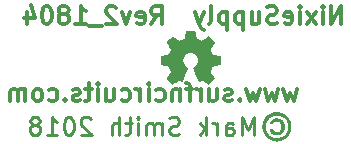
<source format=gbo>
G04 #@! TF.FileFunction,Legend,Bot*
%FSLAX46Y46*%
G04 Gerber Fmt 4.6, Leading zero omitted, Abs format (unit mm)*
G04 Created by KiCad (PCBNEW 4.0.7-e2-6376~60~ubuntu17.10.1) date Tue Feb 13 22:12:39 2018*
%MOMM*%
%LPD*%
G01*
G04 APERTURE LIST*
%ADD10C,0.100000*%
%ADD11C,0.300000*%
%ADD12C,0.250000*%
%ADD13C,0.002540*%
%ADD14C,0.010000*%
G04 APERTURE END LIST*
D10*
D11*
X164868286Y-104898071D02*
X164582572Y-105898071D01*
X164296858Y-105183786D01*
X164011143Y-105898071D01*
X163725429Y-104898071D01*
X163296857Y-104898071D02*
X163011143Y-105898071D01*
X162725429Y-105183786D01*
X162439714Y-105898071D01*
X162154000Y-104898071D01*
X161725428Y-104898071D02*
X161439714Y-105898071D01*
X161154000Y-105183786D01*
X160868285Y-105898071D01*
X160582571Y-104898071D01*
X160011142Y-105755214D02*
X159939714Y-105826643D01*
X160011142Y-105898071D01*
X160082571Y-105826643D01*
X160011142Y-105755214D01*
X160011142Y-105898071D01*
X159368285Y-105826643D02*
X159225428Y-105898071D01*
X158939713Y-105898071D01*
X158796856Y-105826643D01*
X158725428Y-105683786D01*
X158725428Y-105612357D01*
X158796856Y-105469500D01*
X158939713Y-105398071D01*
X159153999Y-105398071D01*
X159296856Y-105326643D01*
X159368285Y-105183786D01*
X159368285Y-105112357D01*
X159296856Y-104969500D01*
X159153999Y-104898071D01*
X158939713Y-104898071D01*
X158796856Y-104969500D01*
X157439713Y-104898071D02*
X157439713Y-105898071D01*
X158082570Y-104898071D02*
X158082570Y-105683786D01*
X158011142Y-105826643D01*
X157868284Y-105898071D01*
X157653999Y-105898071D01*
X157511142Y-105826643D01*
X157439713Y-105755214D01*
X156725427Y-105898071D02*
X156725427Y-104898071D01*
X156725427Y-105183786D02*
X156653999Y-105040929D01*
X156582570Y-104969500D01*
X156439713Y-104898071D01*
X156296856Y-104898071D01*
X156011142Y-104898071D02*
X155439713Y-104898071D01*
X155796856Y-105898071D02*
X155796856Y-104612357D01*
X155725428Y-104469500D01*
X155582570Y-104398071D01*
X155439713Y-104398071D01*
X154939713Y-104898071D02*
X154939713Y-105898071D01*
X154939713Y-105040929D02*
X154868285Y-104969500D01*
X154725427Y-104898071D01*
X154511142Y-104898071D01*
X154368285Y-104969500D01*
X154296856Y-105112357D01*
X154296856Y-105898071D01*
X152939713Y-105826643D02*
X153082570Y-105898071D01*
X153368284Y-105898071D01*
X153511142Y-105826643D01*
X153582570Y-105755214D01*
X153653999Y-105612357D01*
X153653999Y-105183786D01*
X153582570Y-105040929D01*
X153511142Y-104969500D01*
X153368284Y-104898071D01*
X153082570Y-104898071D01*
X152939713Y-104969500D01*
X152296856Y-105898071D02*
X152296856Y-104898071D01*
X152296856Y-104398071D02*
X152368285Y-104469500D01*
X152296856Y-104540929D01*
X152225428Y-104469500D01*
X152296856Y-104398071D01*
X152296856Y-104540929D01*
X151582570Y-105898071D02*
X151582570Y-104898071D01*
X151582570Y-105183786D02*
X151511142Y-105040929D01*
X151439713Y-104969500D01*
X151296856Y-104898071D01*
X151153999Y-104898071D01*
X150011142Y-105826643D02*
X150153999Y-105898071D01*
X150439713Y-105898071D01*
X150582571Y-105826643D01*
X150653999Y-105755214D01*
X150725428Y-105612357D01*
X150725428Y-105183786D01*
X150653999Y-105040929D01*
X150582571Y-104969500D01*
X150439713Y-104898071D01*
X150153999Y-104898071D01*
X150011142Y-104969500D01*
X148725428Y-104898071D02*
X148725428Y-105898071D01*
X149368285Y-104898071D02*
X149368285Y-105683786D01*
X149296857Y-105826643D01*
X149153999Y-105898071D01*
X148939714Y-105898071D01*
X148796857Y-105826643D01*
X148725428Y-105755214D01*
X148011142Y-105898071D02*
X148011142Y-104898071D01*
X148011142Y-104398071D02*
X148082571Y-104469500D01*
X148011142Y-104540929D01*
X147939714Y-104469500D01*
X148011142Y-104398071D01*
X148011142Y-104540929D01*
X147511142Y-104898071D02*
X146939713Y-104898071D01*
X147296856Y-104398071D02*
X147296856Y-105683786D01*
X147225428Y-105826643D01*
X147082570Y-105898071D01*
X146939713Y-105898071D01*
X146511142Y-105826643D02*
X146368285Y-105898071D01*
X146082570Y-105898071D01*
X145939713Y-105826643D01*
X145868285Y-105683786D01*
X145868285Y-105612357D01*
X145939713Y-105469500D01*
X146082570Y-105398071D01*
X146296856Y-105398071D01*
X146439713Y-105326643D01*
X146511142Y-105183786D01*
X146511142Y-105112357D01*
X146439713Y-104969500D01*
X146296856Y-104898071D01*
X146082570Y-104898071D01*
X145939713Y-104969500D01*
X145225427Y-105755214D02*
X145153999Y-105826643D01*
X145225427Y-105898071D01*
X145296856Y-105826643D01*
X145225427Y-105755214D01*
X145225427Y-105898071D01*
X143868284Y-105826643D02*
X144011141Y-105898071D01*
X144296855Y-105898071D01*
X144439713Y-105826643D01*
X144511141Y-105755214D01*
X144582570Y-105612357D01*
X144582570Y-105183786D01*
X144511141Y-105040929D01*
X144439713Y-104969500D01*
X144296855Y-104898071D01*
X144011141Y-104898071D01*
X143868284Y-104969500D01*
X143011141Y-105898071D02*
X143153999Y-105826643D01*
X143225427Y-105755214D01*
X143296856Y-105612357D01*
X143296856Y-105183786D01*
X143225427Y-105040929D01*
X143153999Y-104969500D01*
X143011141Y-104898071D01*
X142796856Y-104898071D01*
X142653999Y-104969500D01*
X142582570Y-105040929D01*
X142511141Y-105183786D01*
X142511141Y-105612357D01*
X142582570Y-105755214D01*
X142653999Y-105826643D01*
X142796856Y-105898071D01*
X143011141Y-105898071D01*
X141868284Y-105898071D02*
X141868284Y-104898071D01*
X141868284Y-105040929D02*
X141796856Y-104969500D01*
X141653998Y-104898071D01*
X141439713Y-104898071D01*
X141296856Y-104969500D01*
X141225427Y-105112357D01*
X141225427Y-105898071D01*
X141225427Y-105112357D02*
X141153998Y-104969500D01*
X141011141Y-104898071D01*
X140796856Y-104898071D01*
X140653998Y-104969500D01*
X140582570Y-105112357D01*
X140582570Y-105898071D01*
X168614641Y-99357571D02*
X168614641Y-97857571D01*
X167757498Y-99357571D01*
X167757498Y-97857571D01*
X167043212Y-99357571D02*
X167043212Y-98357571D01*
X167043212Y-97857571D02*
X167114641Y-97929000D01*
X167043212Y-98000429D01*
X166971784Y-97929000D01*
X167043212Y-97857571D01*
X167043212Y-98000429D01*
X166471783Y-99357571D02*
X165686069Y-98357571D01*
X166471783Y-98357571D02*
X165686069Y-99357571D01*
X165114640Y-99357571D02*
X165114640Y-98357571D01*
X165114640Y-97857571D02*
X165186069Y-97929000D01*
X165114640Y-98000429D01*
X165043212Y-97929000D01*
X165114640Y-97857571D01*
X165114640Y-98000429D01*
X163828926Y-99286143D02*
X163971783Y-99357571D01*
X164257497Y-99357571D01*
X164400354Y-99286143D01*
X164471783Y-99143286D01*
X164471783Y-98571857D01*
X164400354Y-98429000D01*
X164257497Y-98357571D01*
X163971783Y-98357571D01*
X163828926Y-98429000D01*
X163757497Y-98571857D01*
X163757497Y-98714714D01*
X164471783Y-98857571D01*
X163186069Y-99286143D02*
X162971783Y-99357571D01*
X162614640Y-99357571D01*
X162471783Y-99286143D01*
X162400354Y-99214714D01*
X162328926Y-99071857D01*
X162328926Y-98929000D01*
X162400354Y-98786143D01*
X162471783Y-98714714D01*
X162614640Y-98643286D01*
X162900354Y-98571857D01*
X163043212Y-98500429D01*
X163114640Y-98429000D01*
X163186069Y-98286143D01*
X163186069Y-98143286D01*
X163114640Y-98000429D01*
X163043212Y-97929000D01*
X162900354Y-97857571D01*
X162543212Y-97857571D01*
X162328926Y-97929000D01*
X161043212Y-98357571D02*
X161043212Y-99357571D01*
X161686069Y-98357571D02*
X161686069Y-99143286D01*
X161614641Y-99286143D01*
X161471783Y-99357571D01*
X161257498Y-99357571D01*
X161114641Y-99286143D01*
X161043212Y-99214714D01*
X160328926Y-98357571D02*
X160328926Y-99857571D01*
X160328926Y-98429000D02*
X160186069Y-98357571D01*
X159900355Y-98357571D01*
X159757498Y-98429000D01*
X159686069Y-98500429D01*
X159614640Y-98643286D01*
X159614640Y-99071857D01*
X159686069Y-99214714D01*
X159757498Y-99286143D01*
X159900355Y-99357571D01*
X160186069Y-99357571D01*
X160328926Y-99286143D01*
X158971783Y-98357571D02*
X158971783Y-99857571D01*
X158971783Y-98429000D02*
X158828926Y-98357571D01*
X158543212Y-98357571D01*
X158400355Y-98429000D01*
X158328926Y-98500429D01*
X158257497Y-98643286D01*
X158257497Y-99071857D01*
X158328926Y-99214714D01*
X158400355Y-99286143D01*
X158543212Y-99357571D01*
X158828926Y-99357571D01*
X158971783Y-99286143D01*
X157400354Y-99357571D02*
X157543212Y-99286143D01*
X157614640Y-99143286D01*
X157614640Y-97857571D01*
X156971783Y-98357571D02*
X156614640Y-99357571D01*
X156257498Y-98357571D02*
X156614640Y-99357571D01*
X156757498Y-99714714D01*
X156828926Y-99786143D01*
X156971783Y-99857571D01*
X152543212Y-99357571D02*
X153043212Y-98643286D01*
X153400355Y-99357571D02*
X153400355Y-97857571D01*
X152828927Y-97857571D01*
X152686069Y-97929000D01*
X152614641Y-98000429D01*
X152543212Y-98143286D01*
X152543212Y-98357571D01*
X152614641Y-98500429D01*
X152686069Y-98571857D01*
X152828927Y-98643286D01*
X153400355Y-98643286D01*
X151328927Y-99286143D02*
X151471784Y-99357571D01*
X151757498Y-99357571D01*
X151900355Y-99286143D01*
X151971784Y-99143286D01*
X151971784Y-98571857D01*
X151900355Y-98429000D01*
X151757498Y-98357571D01*
X151471784Y-98357571D01*
X151328927Y-98429000D01*
X151257498Y-98571857D01*
X151257498Y-98714714D01*
X151971784Y-98857571D01*
X150757498Y-98357571D02*
X150400355Y-99357571D01*
X150043213Y-98357571D01*
X149543213Y-98000429D02*
X149471784Y-97929000D01*
X149328927Y-97857571D01*
X148971784Y-97857571D01*
X148828927Y-97929000D01*
X148757498Y-98000429D01*
X148686070Y-98143286D01*
X148686070Y-98286143D01*
X148757498Y-98500429D01*
X149614641Y-99357571D01*
X148686070Y-99357571D01*
X148400356Y-99500429D02*
X147257499Y-99500429D01*
X146114642Y-99357571D02*
X146971785Y-99357571D01*
X146543213Y-99357571D02*
X146543213Y-97857571D01*
X146686070Y-98071857D01*
X146828928Y-98214714D01*
X146971785Y-98286143D01*
X145257499Y-98500429D02*
X145400357Y-98429000D01*
X145471785Y-98357571D01*
X145543214Y-98214714D01*
X145543214Y-98143286D01*
X145471785Y-98000429D01*
X145400357Y-97929000D01*
X145257499Y-97857571D01*
X144971785Y-97857571D01*
X144828928Y-97929000D01*
X144757499Y-98000429D01*
X144686071Y-98143286D01*
X144686071Y-98214714D01*
X144757499Y-98357571D01*
X144828928Y-98429000D01*
X144971785Y-98500429D01*
X145257499Y-98500429D01*
X145400357Y-98571857D01*
X145471785Y-98643286D01*
X145543214Y-98786143D01*
X145543214Y-99071857D01*
X145471785Y-99214714D01*
X145400357Y-99286143D01*
X145257499Y-99357571D01*
X144971785Y-99357571D01*
X144828928Y-99286143D01*
X144757499Y-99214714D01*
X144686071Y-99071857D01*
X144686071Y-98786143D01*
X144757499Y-98643286D01*
X144828928Y-98571857D01*
X144971785Y-98500429D01*
X143757500Y-97857571D02*
X143614643Y-97857571D01*
X143471786Y-97929000D01*
X143400357Y-98000429D01*
X143328928Y-98143286D01*
X143257500Y-98429000D01*
X143257500Y-98786143D01*
X143328928Y-99071857D01*
X143400357Y-99214714D01*
X143471786Y-99286143D01*
X143614643Y-99357571D01*
X143757500Y-99357571D01*
X143900357Y-99286143D01*
X143971786Y-99214714D01*
X144043214Y-99071857D01*
X144114643Y-98786143D01*
X144114643Y-98429000D01*
X144043214Y-98143286D01*
X143971786Y-98000429D01*
X143900357Y-97929000D01*
X143757500Y-97857571D01*
X141971786Y-98357571D02*
X141971786Y-99357571D01*
X142328929Y-97786143D02*
X142686072Y-98857571D01*
X141757500Y-98857571D01*
D12*
X161193570Y-108755571D02*
X161193570Y-107255571D01*
X160693570Y-108327000D01*
X160193570Y-107255571D01*
X160193570Y-108755571D01*
X158836427Y-108755571D02*
X158836427Y-107969857D01*
X158907856Y-107827000D01*
X159050713Y-107755571D01*
X159336427Y-107755571D01*
X159479284Y-107827000D01*
X158836427Y-108684143D02*
X158979284Y-108755571D01*
X159336427Y-108755571D01*
X159479284Y-108684143D01*
X159550713Y-108541286D01*
X159550713Y-108398429D01*
X159479284Y-108255571D01*
X159336427Y-108184143D01*
X158979284Y-108184143D01*
X158836427Y-108112714D01*
X158122141Y-108755571D02*
X158122141Y-107755571D01*
X158122141Y-108041286D02*
X158050713Y-107898429D01*
X157979284Y-107827000D01*
X157836427Y-107755571D01*
X157693570Y-107755571D01*
X157193570Y-108755571D02*
X157193570Y-107255571D01*
X157050713Y-108184143D02*
X156622142Y-108755571D01*
X156622142Y-107755571D02*
X157193570Y-108327000D01*
X154907856Y-108684143D02*
X154693570Y-108755571D01*
X154336427Y-108755571D01*
X154193570Y-108684143D01*
X154122141Y-108612714D01*
X154050713Y-108469857D01*
X154050713Y-108327000D01*
X154122141Y-108184143D01*
X154193570Y-108112714D01*
X154336427Y-108041286D01*
X154622141Y-107969857D01*
X154764999Y-107898429D01*
X154836427Y-107827000D01*
X154907856Y-107684143D01*
X154907856Y-107541286D01*
X154836427Y-107398429D01*
X154764999Y-107327000D01*
X154622141Y-107255571D01*
X154264999Y-107255571D01*
X154050713Y-107327000D01*
X153407856Y-108755571D02*
X153407856Y-107755571D01*
X153407856Y-107898429D02*
X153336428Y-107827000D01*
X153193570Y-107755571D01*
X152979285Y-107755571D01*
X152836428Y-107827000D01*
X152764999Y-107969857D01*
X152764999Y-108755571D01*
X152764999Y-107969857D02*
X152693570Y-107827000D01*
X152550713Y-107755571D01*
X152336428Y-107755571D01*
X152193570Y-107827000D01*
X152122142Y-107969857D01*
X152122142Y-108755571D01*
X151407856Y-108755571D02*
X151407856Y-107755571D01*
X151407856Y-107255571D02*
X151479285Y-107327000D01*
X151407856Y-107398429D01*
X151336428Y-107327000D01*
X151407856Y-107255571D01*
X151407856Y-107398429D01*
X150907856Y-107755571D02*
X150336427Y-107755571D01*
X150693570Y-107255571D02*
X150693570Y-108541286D01*
X150622142Y-108684143D01*
X150479284Y-108755571D01*
X150336427Y-108755571D01*
X149836427Y-108755571D02*
X149836427Y-107255571D01*
X149193570Y-108755571D02*
X149193570Y-107969857D01*
X149264999Y-107827000D01*
X149407856Y-107755571D01*
X149622141Y-107755571D01*
X149764999Y-107827000D01*
X149836427Y-107898429D01*
X147407856Y-107398429D02*
X147336427Y-107327000D01*
X147193570Y-107255571D01*
X146836427Y-107255571D01*
X146693570Y-107327000D01*
X146622141Y-107398429D01*
X146550713Y-107541286D01*
X146550713Y-107684143D01*
X146622141Y-107898429D01*
X147479284Y-108755571D01*
X146550713Y-108755571D01*
X145622142Y-107255571D02*
X145479285Y-107255571D01*
X145336428Y-107327000D01*
X145264999Y-107398429D01*
X145193570Y-107541286D01*
X145122142Y-107827000D01*
X145122142Y-108184143D01*
X145193570Y-108469857D01*
X145264999Y-108612714D01*
X145336428Y-108684143D01*
X145479285Y-108755571D01*
X145622142Y-108755571D01*
X145764999Y-108684143D01*
X145836428Y-108612714D01*
X145907856Y-108469857D01*
X145979285Y-108184143D01*
X145979285Y-107827000D01*
X145907856Y-107541286D01*
X145836428Y-107398429D01*
X145764999Y-107327000D01*
X145622142Y-107255571D01*
X143693571Y-108755571D02*
X144550714Y-108755571D01*
X144122142Y-108755571D02*
X144122142Y-107255571D01*
X144264999Y-107469857D01*
X144407857Y-107612714D01*
X144550714Y-107684143D01*
X142836428Y-107898429D02*
X142979286Y-107827000D01*
X143050714Y-107755571D01*
X143122143Y-107612714D01*
X143122143Y-107541286D01*
X143050714Y-107398429D01*
X142979286Y-107327000D01*
X142836428Y-107255571D01*
X142550714Y-107255571D01*
X142407857Y-107327000D01*
X142336428Y-107398429D01*
X142265000Y-107541286D01*
X142265000Y-107612714D01*
X142336428Y-107755571D01*
X142407857Y-107827000D01*
X142550714Y-107898429D01*
X142836428Y-107898429D01*
X142979286Y-107969857D01*
X143050714Y-108041286D01*
X143122143Y-108184143D01*
X143122143Y-108469857D01*
X143050714Y-108612714D01*
X142979286Y-108684143D01*
X142836428Y-108755571D01*
X142550714Y-108755571D01*
X142407857Y-108684143D01*
X142336428Y-108612714D01*
X142265000Y-108469857D01*
X142265000Y-108184143D01*
X142336428Y-108041286D01*
X142407857Y-107969857D01*
X142550714Y-107898429D01*
D13*
G36*
X157342840Y-104416860D02*
X157317440Y-104401620D01*
X157259020Y-104366060D01*
X157175200Y-104310180D01*
X157076140Y-104244140D01*
X156977080Y-104178100D01*
X156895800Y-104124760D01*
X156839920Y-104086660D01*
X156814520Y-104073960D01*
X156801820Y-104079040D01*
X156756100Y-104101900D01*
X156687520Y-104137460D01*
X156646880Y-104157780D01*
X156585920Y-104183180D01*
X156552900Y-104190800D01*
X156547820Y-104180640D01*
X156524960Y-104132380D01*
X156489400Y-104051100D01*
X156443680Y-103941880D01*
X156387800Y-103814880D01*
X156331920Y-103680260D01*
X156273500Y-103540560D01*
X156217620Y-103405940D01*
X156169360Y-103286560D01*
X156128720Y-103190040D01*
X156103320Y-103121460D01*
X156093160Y-103093520D01*
X156095700Y-103085900D01*
X156128720Y-103055420D01*
X156182060Y-103014780D01*
X156301440Y-102918260D01*
X156418280Y-102773480D01*
X156489400Y-102608380D01*
X156512260Y-102422960D01*
X156491940Y-102252780D01*
X156425900Y-102090220D01*
X156311600Y-101942900D01*
X156171900Y-101833680D01*
X156009340Y-101765100D01*
X155829000Y-101742240D01*
X155656280Y-101762560D01*
X155488640Y-101828600D01*
X155341320Y-101940360D01*
X155277820Y-102011480D01*
X155191460Y-102161340D01*
X155143200Y-102318820D01*
X155138120Y-102359460D01*
X155145740Y-102534720D01*
X155196540Y-102704900D01*
X155290520Y-102854760D01*
X155420060Y-102979220D01*
X155435300Y-102989380D01*
X155493720Y-103035100D01*
X155534360Y-103065580D01*
X155564840Y-103090980D01*
X155341320Y-103629460D01*
X155305760Y-103713280D01*
X155244800Y-103860600D01*
X155191460Y-103987600D01*
X155148280Y-104089200D01*
X155117800Y-104155240D01*
X155105100Y-104183180D01*
X155105100Y-104185720D01*
X155084780Y-104188260D01*
X155044140Y-104173020D01*
X154967940Y-104137460D01*
X154919680Y-104112060D01*
X154861260Y-104084120D01*
X154835860Y-104073960D01*
X154813000Y-104086660D01*
X154759660Y-104122220D01*
X154678380Y-104175560D01*
X154581860Y-104239060D01*
X154490420Y-104302560D01*
X154406600Y-104358440D01*
X154345640Y-104396540D01*
X154315160Y-104414320D01*
X154310080Y-104414320D01*
X154284680Y-104399080D01*
X154236420Y-104358440D01*
X154162760Y-104289860D01*
X154058620Y-104185720D01*
X154043380Y-104170480D01*
X153957020Y-104084120D01*
X153888440Y-104010460D01*
X153842720Y-103959660D01*
X153824940Y-103936800D01*
X153824940Y-103936800D01*
X153840180Y-103906320D01*
X153878280Y-103845360D01*
X153934160Y-103759000D01*
X154002740Y-103659940D01*
X154180540Y-103400860D01*
X154084020Y-103157020D01*
X154053540Y-103080820D01*
X154015440Y-102991920D01*
X153987500Y-102925880D01*
X153972260Y-102897940D01*
X153946860Y-102887780D01*
X153878280Y-102872540D01*
X153781760Y-102852220D01*
X153667460Y-102831900D01*
X153555700Y-102811580D01*
X153456640Y-102791260D01*
X153385520Y-102778560D01*
X153352500Y-102770940D01*
X153344880Y-102765860D01*
X153337260Y-102750620D01*
X153334720Y-102717600D01*
X153332180Y-102656640D01*
X153329640Y-102562660D01*
X153329640Y-102422960D01*
X153329640Y-102407720D01*
X153332180Y-102278180D01*
X153334720Y-102171500D01*
X153337260Y-102105460D01*
X153342340Y-102077520D01*
X153342340Y-102077520D01*
X153372820Y-102069900D01*
X153443940Y-102054660D01*
X153543000Y-102036880D01*
X153662380Y-102014020D01*
X153670000Y-102011480D01*
X153786840Y-101988620D01*
X153885900Y-101968300D01*
X153957020Y-101953060D01*
X153984960Y-101942900D01*
X153992580Y-101935280D01*
X154015440Y-101889560D01*
X154048460Y-101815900D01*
X154089100Y-101727000D01*
X154127200Y-101633020D01*
X154160220Y-101549200D01*
X154183080Y-101488240D01*
X154190700Y-101460300D01*
X154188160Y-101457760D01*
X154170380Y-101429820D01*
X154129740Y-101368860D01*
X154073860Y-101285040D01*
X154005280Y-101183440D01*
X154000200Y-101175820D01*
X153931620Y-101076760D01*
X153875740Y-100990400D01*
X153840180Y-100931980D01*
X153824940Y-100904040D01*
X153824940Y-100901500D01*
X153847800Y-100871020D01*
X153898600Y-100815140D01*
X153972260Y-100738940D01*
X154058620Y-100650040D01*
X154086560Y-100624640D01*
X154185620Y-100528120D01*
X154251660Y-100467160D01*
X154294840Y-100434140D01*
X154315160Y-100426520D01*
X154315160Y-100426520D01*
X154345640Y-100444300D01*
X154409140Y-100484940D01*
X154492960Y-100543360D01*
X154594560Y-100611940D01*
X154602180Y-100617020D01*
X154701240Y-100685600D01*
X154785060Y-100741480D01*
X154843480Y-100782120D01*
X154871420Y-100797360D01*
X154873960Y-100797360D01*
X154914600Y-100784660D01*
X154985720Y-100759260D01*
X155074620Y-100726240D01*
X155166060Y-100688140D01*
X155249880Y-100652580D01*
X155313380Y-100624640D01*
X155343860Y-100606860D01*
X155343860Y-100606860D01*
X155354020Y-100571300D01*
X155371800Y-100495100D01*
X155392120Y-100393500D01*
X155417520Y-100271580D01*
X155420060Y-100251260D01*
X155442920Y-100131880D01*
X155460700Y-100032820D01*
X155475940Y-99964240D01*
X155483560Y-99936300D01*
X155498800Y-99933760D01*
X155557220Y-99928680D01*
X155646120Y-99926140D01*
X155755340Y-99926140D01*
X155867100Y-99926140D01*
X155976320Y-99928680D01*
X156070300Y-99931220D01*
X156138880Y-99936300D01*
X156166820Y-99941380D01*
X156166820Y-99943920D01*
X156176980Y-99982020D01*
X156194760Y-100055680D01*
X156215080Y-100159820D01*
X156237940Y-100281740D01*
X156243020Y-100304600D01*
X156265880Y-100421440D01*
X156286200Y-100520500D01*
X156298900Y-100586540D01*
X156306520Y-100614480D01*
X156319220Y-100619560D01*
X156367480Y-100639880D01*
X156446220Y-100672900D01*
X156545280Y-100713540D01*
X156773880Y-100804980D01*
X157055820Y-100614480D01*
X157081220Y-100596700D01*
X157182820Y-100528120D01*
X157264100Y-100472240D01*
X157322520Y-100434140D01*
X157345380Y-100421440D01*
X157347920Y-100421440D01*
X157375860Y-100446840D01*
X157431740Y-100500180D01*
X157507940Y-100573840D01*
X157596840Y-100660200D01*
X157660340Y-100726240D01*
X157739080Y-100804980D01*
X157787340Y-100858320D01*
X157815280Y-100891340D01*
X157822900Y-100911660D01*
X157820360Y-100926900D01*
X157802580Y-100954840D01*
X157761940Y-101015800D01*
X157703520Y-101102160D01*
X157634940Y-101201220D01*
X157579060Y-101285040D01*
X157518100Y-101379020D01*
X157480000Y-101445060D01*
X157464760Y-101478080D01*
X157469840Y-101490780D01*
X157487620Y-101546660D01*
X157523180Y-101630480D01*
X157563820Y-101729540D01*
X157662880Y-101950520D01*
X157807660Y-101978460D01*
X157896560Y-101996240D01*
X158018480Y-102019100D01*
X158137860Y-102041960D01*
X158320740Y-102077520D01*
X158328360Y-102753160D01*
X158300420Y-102765860D01*
X158272480Y-102773480D01*
X158203900Y-102788720D01*
X158107380Y-102809040D01*
X157990540Y-102829360D01*
X157894020Y-102847140D01*
X157794960Y-102867460D01*
X157723840Y-102880160D01*
X157693360Y-102887780D01*
X157683200Y-102897940D01*
X157660340Y-102946200D01*
X157624780Y-103022400D01*
X157584140Y-103113840D01*
X157546040Y-103207820D01*
X157510480Y-103296720D01*
X157487620Y-103362760D01*
X157477460Y-103395780D01*
X157490160Y-103423720D01*
X157528260Y-103482140D01*
X157581600Y-103563420D01*
X157650180Y-103662480D01*
X157716220Y-103759000D01*
X157774640Y-103842820D01*
X157812740Y-103903780D01*
X157830520Y-103931720D01*
X157820360Y-103949500D01*
X157782260Y-103997760D01*
X157708600Y-104073960D01*
X157596840Y-104183180D01*
X157579060Y-104200960D01*
X157492700Y-104284780D01*
X157419040Y-104353360D01*
X157365700Y-104399080D01*
X157342840Y-104416860D01*
X157342840Y-104416860D01*
G37*
X157342840Y-104416860D02*
X157317440Y-104401620D01*
X157259020Y-104366060D01*
X157175200Y-104310180D01*
X157076140Y-104244140D01*
X156977080Y-104178100D01*
X156895800Y-104124760D01*
X156839920Y-104086660D01*
X156814520Y-104073960D01*
X156801820Y-104079040D01*
X156756100Y-104101900D01*
X156687520Y-104137460D01*
X156646880Y-104157780D01*
X156585920Y-104183180D01*
X156552900Y-104190800D01*
X156547820Y-104180640D01*
X156524960Y-104132380D01*
X156489400Y-104051100D01*
X156443680Y-103941880D01*
X156387800Y-103814880D01*
X156331920Y-103680260D01*
X156273500Y-103540560D01*
X156217620Y-103405940D01*
X156169360Y-103286560D01*
X156128720Y-103190040D01*
X156103320Y-103121460D01*
X156093160Y-103093520D01*
X156095700Y-103085900D01*
X156128720Y-103055420D01*
X156182060Y-103014780D01*
X156301440Y-102918260D01*
X156418280Y-102773480D01*
X156489400Y-102608380D01*
X156512260Y-102422960D01*
X156491940Y-102252780D01*
X156425900Y-102090220D01*
X156311600Y-101942900D01*
X156171900Y-101833680D01*
X156009340Y-101765100D01*
X155829000Y-101742240D01*
X155656280Y-101762560D01*
X155488640Y-101828600D01*
X155341320Y-101940360D01*
X155277820Y-102011480D01*
X155191460Y-102161340D01*
X155143200Y-102318820D01*
X155138120Y-102359460D01*
X155145740Y-102534720D01*
X155196540Y-102704900D01*
X155290520Y-102854760D01*
X155420060Y-102979220D01*
X155435300Y-102989380D01*
X155493720Y-103035100D01*
X155534360Y-103065580D01*
X155564840Y-103090980D01*
X155341320Y-103629460D01*
X155305760Y-103713280D01*
X155244800Y-103860600D01*
X155191460Y-103987600D01*
X155148280Y-104089200D01*
X155117800Y-104155240D01*
X155105100Y-104183180D01*
X155105100Y-104185720D01*
X155084780Y-104188260D01*
X155044140Y-104173020D01*
X154967940Y-104137460D01*
X154919680Y-104112060D01*
X154861260Y-104084120D01*
X154835860Y-104073960D01*
X154813000Y-104086660D01*
X154759660Y-104122220D01*
X154678380Y-104175560D01*
X154581860Y-104239060D01*
X154490420Y-104302560D01*
X154406600Y-104358440D01*
X154345640Y-104396540D01*
X154315160Y-104414320D01*
X154310080Y-104414320D01*
X154284680Y-104399080D01*
X154236420Y-104358440D01*
X154162760Y-104289860D01*
X154058620Y-104185720D01*
X154043380Y-104170480D01*
X153957020Y-104084120D01*
X153888440Y-104010460D01*
X153842720Y-103959660D01*
X153824940Y-103936800D01*
X153824940Y-103936800D01*
X153840180Y-103906320D01*
X153878280Y-103845360D01*
X153934160Y-103759000D01*
X154002740Y-103659940D01*
X154180540Y-103400860D01*
X154084020Y-103157020D01*
X154053540Y-103080820D01*
X154015440Y-102991920D01*
X153987500Y-102925880D01*
X153972260Y-102897940D01*
X153946860Y-102887780D01*
X153878280Y-102872540D01*
X153781760Y-102852220D01*
X153667460Y-102831900D01*
X153555700Y-102811580D01*
X153456640Y-102791260D01*
X153385520Y-102778560D01*
X153352500Y-102770940D01*
X153344880Y-102765860D01*
X153337260Y-102750620D01*
X153334720Y-102717600D01*
X153332180Y-102656640D01*
X153329640Y-102562660D01*
X153329640Y-102422960D01*
X153329640Y-102407720D01*
X153332180Y-102278180D01*
X153334720Y-102171500D01*
X153337260Y-102105460D01*
X153342340Y-102077520D01*
X153342340Y-102077520D01*
X153372820Y-102069900D01*
X153443940Y-102054660D01*
X153543000Y-102036880D01*
X153662380Y-102014020D01*
X153670000Y-102011480D01*
X153786840Y-101988620D01*
X153885900Y-101968300D01*
X153957020Y-101953060D01*
X153984960Y-101942900D01*
X153992580Y-101935280D01*
X154015440Y-101889560D01*
X154048460Y-101815900D01*
X154089100Y-101727000D01*
X154127200Y-101633020D01*
X154160220Y-101549200D01*
X154183080Y-101488240D01*
X154190700Y-101460300D01*
X154188160Y-101457760D01*
X154170380Y-101429820D01*
X154129740Y-101368860D01*
X154073860Y-101285040D01*
X154005280Y-101183440D01*
X154000200Y-101175820D01*
X153931620Y-101076760D01*
X153875740Y-100990400D01*
X153840180Y-100931980D01*
X153824940Y-100904040D01*
X153824940Y-100901500D01*
X153847800Y-100871020D01*
X153898600Y-100815140D01*
X153972260Y-100738940D01*
X154058620Y-100650040D01*
X154086560Y-100624640D01*
X154185620Y-100528120D01*
X154251660Y-100467160D01*
X154294840Y-100434140D01*
X154315160Y-100426520D01*
X154315160Y-100426520D01*
X154345640Y-100444300D01*
X154409140Y-100484940D01*
X154492960Y-100543360D01*
X154594560Y-100611940D01*
X154602180Y-100617020D01*
X154701240Y-100685600D01*
X154785060Y-100741480D01*
X154843480Y-100782120D01*
X154871420Y-100797360D01*
X154873960Y-100797360D01*
X154914600Y-100784660D01*
X154985720Y-100759260D01*
X155074620Y-100726240D01*
X155166060Y-100688140D01*
X155249880Y-100652580D01*
X155313380Y-100624640D01*
X155343860Y-100606860D01*
X155343860Y-100606860D01*
X155354020Y-100571300D01*
X155371800Y-100495100D01*
X155392120Y-100393500D01*
X155417520Y-100271580D01*
X155420060Y-100251260D01*
X155442920Y-100131880D01*
X155460700Y-100032820D01*
X155475940Y-99964240D01*
X155483560Y-99936300D01*
X155498800Y-99933760D01*
X155557220Y-99928680D01*
X155646120Y-99926140D01*
X155755340Y-99926140D01*
X155867100Y-99926140D01*
X155976320Y-99928680D01*
X156070300Y-99931220D01*
X156138880Y-99936300D01*
X156166820Y-99941380D01*
X156166820Y-99943920D01*
X156176980Y-99982020D01*
X156194760Y-100055680D01*
X156215080Y-100159820D01*
X156237940Y-100281740D01*
X156243020Y-100304600D01*
X156265880Y-100421440D01*
X156286200Y-100520500D01*
X156298900Y-100586540D01*
X156306520Y-100614480D01*
X156319220Y-100619560D01*
X156367480Y-100639880D01*
X156446220Y-100672900D01*
X156545280Y-100713540D01*
X156773880Y-100804980D01*
X157055820Y-100614480D01*
X157081220Y-100596700D01*
X157182820Y-100528120D01*
X157264100Y-100472240D01*
X157322520Y-100434140D01*
X157345380Y-100421440D01*
X157347920Y-100421440D01*
X157375860Y-100446840D01*
X157431740Y-100500180D01*
X157507940Y-100573840D01*
X157596840Y-100660200D01*
X157660340Y-100726240D01*
X157739080Y-100804980D01*
X157787340Y-100858320D01*
X157815280Y-100891340D01*
X157822900Y-100911660D01*
X157820360Y-100926900D01*
X157802580Y-100954840D01*
X157761940Y-101015800D01*
X157703520Y-101102160D01*
X157634940Y-101201220D01*
X157579060Y-101285040D01*
X157518100Y-101379020D01*
X157480000Y-101445060D01*
X157464760Y-101478080D01*
X157469840Y-101490780D01*
X157487620Y-101546660D01*
X157523180Y-101630480D01*
X157563820Y-101729540D01*
X157662880Y-101950520D01*
X157807660Y-101978460D01*
X157896560Y-101996240D01*
X158018480Y-102019100D01*
X158137860Y-102041960D01*
X158320740Y-102077520D01*
X158328360Y-102753160D01*
X158300420Y-102765860D01*
X158272480Y-102773480D01*
X158203900Y-102788720D01*
X158107380Y-102809040D01*
X157990540Y-102829360D01*
X157894020Y-102847140D01*
X157794960Y-102867460D01*
X157723840Y-102880160D01*
X157693360Y-102887780D01*
X157683200Y-102897940D01*
X157660340Y-102946200D01*
X157624780Y-103022400D01*
X157584140Y-103113840D01*
X157546040Y-103207820D01*
X157510480Y-103296720D01*
X157487620Y-103362760D01*
X157477460Y-103395780D01*
X157490160Y-103423720D01*
X157528260Y-103482140D01*
X157581600Y-103563420D01*
X157650180Y-103662480D01*
X157716220Y-103759000D01*
X157774640Y-103842820D01*
X157812740Y-103903780D01*
X157830520Y-103931720D01*
X157820360Y-103949500D01*
X157782260Y-103997760D01*
X157708600Y-104073960D01*
X157596840Y-104183180D01*
X157579060Y-104200960D01*
X157492700Y-104284780D01*
X157419040Y-104353360D01*
X157365700Y-104399080D01*
X157342840Y-104416860D01*
D14*
G36*
X163077083Y-106836083D02*
X163003866Y-106838580D01*
X162937419Y-106843378D01*
X162881670Y-106850501D01*
X162862214Y-106854229D01*
X162829600Y-106863099D01*
X162786146Y-106877393D01*
X162736395Y-106895460D01*
X162684891Y-106915651D01*
X162636200Y-106936306D01*
X162601305Y-106952814D01*
X162560919Y-106973489D01*
X162518681Y-106996286D01*
X162478233Y-107019162D01*
X162443215Y-107040073D01*
X162417269Y-107056975D01*
X162406616Y-107065180D01*
X162395375Y-107074962D01*
X162375848Y-107091653D01*
X162357077Y-107107567D01*
X162266411Y-107194192D01*
X162183320Y-107293696D01*
X162110282Y-107402811D01*
X162056044Y-107504712D01*
X162008616Y-107615547D01*
X161974081Y-107720220D01*
X161951530Y-107822377D01*
X161940053Y-107925664D01*
X161938211Y-107976548D01*
X161937315Y-108017096D01*
X161935917Y-108051951D01*
X161934211Y-108077327D01*
X161932446Y-108089307D01*
X161932511Y-108102077D01*
X161935072Y-108105010D01*
X161938936Y-108115297D01*
X161940897Y-108136597D01*
X161940907Y-108150316D01*
X161941818Y-108176572D01*
X161945448Y-108196330D01*
X161947920Y-108201513D01*
X161952837Y-108214464D01*
X161951774Y-108218710D01*
X161950712Y-108232241D01*
X161954539Y-108258466D01*
X161962463Y-108294127D01*
X161973696Y-108335964D01*
X161987447Y-108380718D01*
X161999591Y-108416047D01*
X162039484Y-108513802D01*
X162088474Y-108613865D01*
X162142435Y-108707962D01*
X162154936Y-108727614D01*
X162196280Y-108783838D01*
X162248697Y-108843758D01*
X162308152Y-108903418D01*
X162370614Y-108958863D01*
X162432047Y-109006136D01*
X162454036Y-109020974D01*
X162511881Y-109055629D01*
X162578286Y-109091059D01*
X162647742Y-109124610D01*
X162714740Y-109153626D01*
X162773769Y-109175451D01*
X162775900Y-109176141D01*
X162881946Y-109203439D01*
X162996791Y-109220801D01*
X163115287Y-109227896D01*
X163232284Y-109224388D01*
X163330872Y-109212097D01*
X163421112Y-109191292D01*
X163520063Y-109159473D01*
X163624568Y-109117703D01*
X163666199Y-109098923D01*
X163756465Y-109052108D01*
X163836087Y-108999873D01*
X163910433Y-108938915D01*
X163936026Y-108915840D01*
X163957013Y-108896928D01*
X163970060Y-108885182D01*
X163972276Y-108883193D01*
X164014315Y-108840505D01*
X164059460Y-108785852D01*
X164104960Y-108723158D01*
X164148064Y-108656344D01*
X164186021Y-108589335D01*
X164204586Y-108551941D01*
X164228702Y-108498920D01*
X164247311Y-108453816D01*
X164262126Y-108411360D01*
X164274863Y-108366284D01*
X164287236Y-108313321D01*
X164296335Y-108270018D01*
X164306149Y-108218893D01*
X164312781Y-108174883D01*
X164316799Y-108131960D01*
X164318496Y-108090715D01*
X164120884Y-108090715D01*
X164119149Y-108126038D01*
X164115115Y-108160777D01*
X164108389Y-108200368D01*
X164101919Y-108233634D01*
X164091058Y-108286622D01*
X164081638Y-108327515D01*
X164072132Y-108360889D01*
X164061012Y-108391321D01*
X164046750Y-108423387D01*
X164027820Y-108461663D01*
X164021995Y-108473099D01*
X163981226Y-108548351D01*
X163941116Y-108611962D01*
X163898236Y-108668721D01*
X163849156Y-108723421D01*
X163826300Y-108746508D01*
X163729713Y-108829967D01*
X163622548Y-108900548D01*
X163505830Y-108957713D01*
X163380579Y-109000920D01*
X163313533Y-109017453D01*
X163249493Y-109027284D01*
X163175299Y-109032307D01*
X163097031Y-109032527D01*
X163020769Y-109027949D01*
X162952594Y-109018579D01*
X162945233Y-109017130D01*
X162895681Y-109006416D01*
X162852479Y-108995400D01*
X162812518Y-108982795D01*
X162772683Y-108967315D01*
X162729865Y-108947675D01*
X162680951Y-108922588D01*
X162622830Y-108890767D01*
X162576933Y-108864895D01*
X162507634Y-108817679D01*
X162439166Y-108756188D01*
X162373488Y-108683044D01*
X162312563Y-108600869D01*
X162258350Y-108512282D01*
X162212810Y-108419906D01*
X162180713Y-108335234D01*
X162160251Y-108266478D01*
X162146345Y-108205082D01*
X162138197Y-108145104D01*
X162135006Y-108080600D01*
X162135976Y-108005626D01*
X162136066Y-108003004D01*
X162138309Y-107954019D01*
X162141413Y-107906980D01*
X162145015Y-107866422D01*
X162148750Y-107836877D01*
X162149863Y-107830741D01*
X162175130Y-107736687D01*
X162212165Y-107639599D01*
X162258789Y-107543584D01*
X162312823Y-107452746D01*
X162372088Y-107371193D01*
X162425119Y-107312069D01*
X162484618Y-107259626D01*
X162556108Y-107207477D01*
X162634986Y-107158308D01*
X162716649Y-107114804D01*
X162796493Y-107079650D01*
X162860566Y-107058041D01*
X162918341Y-107045355D01*
X162986853Y-107035715D01*
X163060921Y-107029408D01*
X163135364Y-107026718D01*
X163205001Y-107027932D01*
X163264653Y-107033335D01*
X163275995Y-107035127D01*
X163308486Y-107040464D01*
X163339345Y-107045039D01*
X163351633Y-107046639D01*
X163390466Y-107054972D01*
X163439909Y-107071270D01*
X163496541Y-107094021D01*
X163556943Y-107121709D01*
X163617692Y-107152822D01*
X163675368Y-107185845D01*
X163697526Y-107199709D01*
X163782008Y-107263443D01*
X163860698Y-107341162D01*
X163931947Y-107430433D01*
X163994108Y-107528822D01*
X164045532Y-107633897D01*
X164084572Y-107743225D01*
X164096716Y-107789134D01*
X164103247Y-107817458D01*
X164108025Y-107841344D01*
X164111471Y-107864702D01*
X164114004Y-107891441D01*
X164116046Y-107925473D01*
X164118018Y-107970707D01*
X164119025Y-107996567D01*
X164120711Y-108049371D01*
X164120884Y-108090715D01*
X164318496Y-108090715D01*
X164318769Y-108084098D01*
X164319258Y-108026200D01*
X164317522Y-107942679D01*
X164312495Y-107874042D01*
X164305509Y-107827234D01*
X164298552Y-107792232D01*
X164292525Y-107761063D01*
X164288549Y-107739538D01*
X164288108Y-107736960D01*
X164281513Y-107712410D01*
X164274897Y-107696743D01*
X164269116Y-107683277D01*
X164269464Y-107679067D01*
X164269653Y-107671890D01*
X164264410Y-107652716D01*
X164255038Y-107625085D01*
X164242843Y-107592535D01*
X164229130Y-107558606D01*
X164215204Y-107526836D01*
X164207015Y-107509734D01*
X164137819Y-107385966D01*
X164060705Y-107276088D01*
X163974021Y-107178256D01*
X163876116Y-107090630D01*
X163765340Y-107011368D01*
X163753599Y-107003899D01*
X163703642Y-106975479D01*
X163642696Y-106945477D01*
X163576082Y-106916143D01*
X163509123Y-106889730D01*
X163447140Y-106868490D01*
X163407259Y-106857343D01*
X163359103Y-106848667D01*
X163298079Y-106842180D01*
X163228117Y-106837906D01*
X163153142Y-106835866D01*
X163077083Y-106836083D01*
X163077083Y-106836083D01*
G37*
X163077083Y-106836083D02*
X163003866Y-106838580D01*
X162937419Y-106843378D01*
X162881670Y-106850501D01*
X162862214Y-106854229D01*
X162829600Y-106863099D01*
X162786146Y-106877393D01*
X162736395Y-106895460D01*
X162684891Y-106915651D01*
X162636200Y-106936306D01*
X162601305Y-106952814D01*
X162560919Y-106973489D01*
X162518681Y-106996286D01*
X162478233Y-107019162D01*
X162443215Y-107040073D01*
X162417269Y-107056975D01*
X162406616Y-107065180D01*
X162395375Y-107074962D01*
X162375848Y-107091653D01*
X162357077Y-107107567D01*
X162266411Y-107194192D01*
X162183320Y-107293696D01*
X162110282Y-107402811D01*
X162056044Y-107504712D01*
X162008616Y-107615547D01*
X161974081Y-107720220D01*
X161951530Y-107822377D01*
X161940053Y-107925664D01*
X161938211Y-107976548D01*
X161937315Y-108017096D01*
X161935917Y-108051951D01*
X161934211Y-108077327D01*
X161932446Y-108089307D01*
X161932511Y-108102077D01*
X161935072Y-108105010D01*
X161938936Y-108115297D01*
X161940897Y-108136597D01*
X161940907Y-108150316D01*
X161941818Y-108176572D01*
X161945448Y-108196330D01*
X161947920Y-108201513D01*
X161952837Y-108214464D01*
X161951774Y-108218710D01*
X161950712Y-108232241D01*
X161954539Y-108258466D01*
X161962463Y-108294127D01*
X161973696Y-108335964D01*
X161987447Y-108380718D01*
X161999591Y-108416047D01*
X162039484Y-108513802D01*
X162088474Y-108613865D01*
X162142435Y-108707962D01*
X162154936Y-108727614D01*
X162196280Y-108783838D01*
X162248697Y-108843758D01*
X162308152Y-108903418D01*
X162370614Y-108958863D01*
X162432047Y-109006136D01*
X162454036Y-109020974D01*
X162511881Y-109055629D01*
X162578286Y-109091059D01*
X162647742Y-109124610D01*
X162714740Y-109153626D01*
X162773769Y-109175451D01*
X162775900Y-109176141D01*
X162881946Y-109203439D01*
X162996791Y-109220801D01*
X163115287Y-109227896D01*
X163232284Y-109224388D01*
X163330872Y-109212097D01*
X163421112Y-109191292D01*
X163520063Y-109159473D01*
X163624568Y-109117703D01*
X163666199Y-109098923D01*
X163756465Y-109052108D01*
X163836087Y-108999873D01*
X163910433Y-108938915D01*
X163936026Y-108915840D01*
X163957013Y-108896928D01*
X163970060Y-108885182D01*
X163972276Y-108883193D01*
X164014315Y-108840505D01*
X164059460Y-108785852D01*
X164104960Y-108723158D01*
X164148064Y-108656344D01*
X164186021Y-108589335D01*
X164204586Y-108551941D01*
X164228702Y-108498920D01*
X164247311Y-108453816D01*
X164262126Y-108411360D01*
X164274863Y-108366284D01*
X164287236Y-108313321D01*
X164296335Y-108270018D01*
X164306149Y-108218893D01*
X164312781Y-108174883D01*
X164316799Y-108131960D01*
X164318496Y-108090715D01*
X164120884Y-108090715D01*
X164119149Y-108126038D01*
X164115115Y-108160777D01*
X164108389Y-108200368D01*
X164101919Y-108233634D01*
X164091058Y-108286622D01*
X164081638Y-108327515D01*
X164072132Y-108360889D01*
X164061012Y-108391321D01*
X164046750Y-108423387D01*
X164027820Y-108461663D01*
X164021995Y-108473099D01*
X163981226Y-108548351D01*
X163941116Y-108611962D01*
X163898236Y-108668721D01*
X163849156Y-108723421D01*
X163826300Y-108746508D01*
X163729713Y-108829967D01*
X163622548Y-108900548D01*
X163505830Y-108957713D01*
X163380579Y-109000920D01*
X163313533Y-109017453D01*
X163249493Y-109027284D01*
X163175299Y-109032307D01*
X163097031Y-109032527D01*
X163020769Y-109027949D01*
X162952594Y-109018579D01*
X162945233Y-109017130D01*
X162895681Y-109006416D01*
X162852479Y-108995400D01*
X162812518Y-108982795D01*
X162772683Y-108967315D01*
X162729865Y-108947675D01*
X162680951Y-108922588D01*
X162622830Y-108890767D01*
X162576933Y-108864895D01*
X162507634Y-108817679D01*
X162439166Y-108756188D01*
X162373488Y-108683044D01*
X162312563Y-108600869D01*
X162258350Y-108512282D01*
X162212810Y-108419906D01*
X162180713Y-108335234D01*
X162160251Y-108266478D01*
X162146345Y-108205082D01*
X162138197Y-108145104D01*
X162135006Y-108080600D01*
X162135976Y-108005626D01*
X162136066Y-108003004D01*
X162138309Y-107954019D01*
X162141413Y-107906980D01*
X162145015Y-107866422D01*
X162148750Y-107836877D01*
X162149863Y-107830741D01*
X162175130Y-107736687D01*
X162212165Y-107639599D01*
X162258789Y-107543584D01*
X162312823Y-107452746D01*
X162372088Y-107371193D01*
X162425119Y-107312069D01*
X162484618Y-107259626D01*
X162556108Y-107207477D01*
X162634986Y-107158308D01*
X162716649Y-107114804D01*
X162796493Y-107079650D01*
X162860566Y-107058041D01*
X162918341Y-107045355D01*
X162986853Y-107035715D01*
X163060921Y-107029408D01*
X163135364Y-107026718D01*
X163205001Y-107027932D01*
X163264653Y-107033335D01*
X163275995Y-107035127D01*
X163308486Y-107040464D01*
X163339345Y-107045039D01*
X163351633Y-107046639D01*
X163390466Y-107054972D01*
X163439909Y-107071270D01*
X163496541Y-107094021D01*
X163556943Y-107121709D01*
X163617692Y-107152822D01*
X163675368Y-107185845D01*
X163697526Y-107199709D01*
X163782008Y-107263443D01*
X163860698Y-107341162D01*
X163931947Y-107430433D01*
X163994108Y-107528822D01*
X164045532Y-107633897D01*
X164084572Y-107743225D01*
X164096716Y-107789134D01*
X164103247Y-107817458D01*
X164108025Y-107841344D01*
X164111471Y-107864702D01*
X164114004Y-107891441D01*
X164116046Y-107925473D01*
X164118018Y-107970707D01*
X164119025Y-107996567D01*
X164120711Y-108049371D01*
X164120884Y-108090715D01*
X164318496Y-108090715D01*
X164318769Y-108084098D01*
X164319258Y-108026200D01*
X164317522Y-107942679D01*
X164312495Y-107874042D01*
X164305509Y-107827234D01*
X164298552Y-107792232D01*
X164292525Y-107761063D01*
X164288549Y-107739538D01*
X164288108Y-107736960D01*
X164281513Y-107712410D01*
X164274897Y-107696743D01*
X164269116Y-107683277D01*
X164269464Y-107679067D01*
X164269653Y-107671890D01*
X164264410Y-107652716D01*
X164255038Y-107625085D01*
X164242843Y-107592535D01*
X164229130Y-107558606D01*
X164215204Y-107526836D01*
X164207015Y-107509734D01*
X164137819Y-107385966D01*
X164060705Y-107276088D01*
X163974021Y-107178256D01*
X163876116Y-107090630D01*
X163765340Y-107011368D01*
X163753599Y-107003899D01*
X163703642Y-106975479D01*
X163642696Y-106945477D01*
X163576082Y-106916143D01*
X163509123Y-106889730D01*
X163447140Y-106868490D01*
X163407259Y-106857343D01*
X163359103Y-106848667D01*
X163298079Y-106842180D01*
X163228117Y-106837906D01*
X163153142Y-106835866D01*
X163077083Y-106836083D01*
G36*
X163016635Y-107361796D02*
X162968112Y-107368873D01*
X162879040Y-107395702D01*
X162797331Y-107437263D01*
X162724478Y-107492407D01*
X162661973Y-107559981D01*
X162611309Y-107638837D01*
X162606991Y-107647220D01*
X162591502Y-107678889D01*
X162579933Y-107704398D01*
X162573760Y-107720376D01*
X162573308Y-107724034D01*
X162582951Y-107727577D01*
X162604674Y-107734067D01*
X162634133Y-107742330D01*
X162666985Y-107751193D01*
X162698884Y-107759483D01*
X162725488Y-107766028D01*
X162742033Y-107769584D01*
X162755101Y-107769620D01*
X162766064Y-107762357D01*
X162778410Y-107744631D01*
X162787604Y-107728264D01*
X162831988Y-107662911D01*
X162886792Y-107610814D01*
X162951537Y-107572270D01*
X163025742Y-107547577D01*
X163095156Y-107537748D01*
X163159197Y-107537527D01*
X163219226Y-107544852D01*
X163271196Y-107558951D01*
X163310607Y-107578738D01*
X163327526Y-107589567D01*
X163337785Y-107594385D01*
X163338026Y-107594400D01*
X163350824Y-107600518D01*
X163370986Y-107616732D01*
X163395407Y-107639830D01*
X163420977Y-107666601D01*
X163444591Y-107693835D01*
X163463140Y-107718320D01*
X163471606Y-107732427D01*
X163493514Y-107779677D01*
X163506312Y-107813622D01*
X163509636Y-107827234D01*
X163513219Y-107845254D01*
X163519153Y-107871909D01*
X163522579Y-107886500D01*
X163528303Y-107922884D01*
X163531712Y-107971131D01*
X163532862Y-108026335D01*
X163531810Y-108083593D01*
X163528613Y-108138002D01*
X163523327Y-108184656D01*
X163518862Y-108208234D01*
X163505035Y-108261916D01*
X163491421Y-108303462D01*
X163476137Y-108337537D01*
X163457300Y-108368807D01*
X163449591Y-108379852D01*
X163399302Y-108435958D01*
X163338849Y-108478612D01*
X163268536Y-108507675D01*
X163188665Y-108523007D01*
X163134430Y-108525555D01*
X163051011Y-108517765D01*
X162974541Y-108495326D01*
X162906304Y-108459014D01*
X162847583Y-108409609D01*
X162799659Y-108347887D01*
X162778897Y-108310073D01*
X162765307Y-108280495D01*
X162755261Y-108256101D01*
X162750618Y-108241459D01*
X162750500Y-108240223D01*
X162746154Y-108232158D01*
X162731733Y-108230194D01*
X162705165Y-108234365D01*
X162676416Y-108241435D01*
X162651977Y-108247437D01*
X162635832Y-108250438D01*
X162631966Y-108250233D01*
X162625069Y-108251232D01*
X162607795Y-108257385D01*
X162600216Y-108260464D01*
X162579901Y-108268536D01*
X162567660Y-108272611D01*
X162566350Y-108272732D01*
X162557230Y-108272545D01*
X162555598Y-108284902D01*
X162561414Y-108310968D01*
X162564704Y-108321951D01*
X162575435Y-108352429D01*
X162589152Y-108385863D01*
X162604068Y-108418543D01*
X162618397Y-108446758D01*
X162630351Y-108466801D01*
X162638143Y-108474961D01*
X162638438Y-108474992D01*
X162646484Y-108481442D01*
X162659547Y-108497656D01*
X162665833Y-108506659D01*
X162685589Y-108532283D01*
X162707623Y-108555596D01*
X162712023Y-108559518D01*
X162734932Y-108579382D01*
X162756374Y-108598587D01*
X162757417Y-108599546D01*
X162776785Y-108614486D01*
X162793777Y-108623400D01*
X162806943Y-108630687D01*
X162809766Y-108635631D01*
X162817331Y-108642415D01*
X162837663Y-108652420D01*
X162867216Y-108664320D01*
X162902445Y-108676792D01*
X162939806Y-108688509D01*
X162975754Y-108698146D01*
X162979100Y-108698936D01*
X163011483Y-108704103D01*
X163055384Y-108707937D01*
X163105427Y-108710285D01*
X163156237Y-108710991D01*
X163202440Y-108709904D01*
X163238661Y-108706869D01*
X163241566Y-108706446D01*
X163284229Y-108697587D01*
X163332691Y-108683941D01*
X163380862Y-108667526D01*
X163422651Y-108650365D01*
X163444766Y-108639035D01*
X163521533Y-108584985D01*
X163591557Y-108517653D01*
X163628658Y-108472450D01*
X163648682Y-108444956D01*
X163664070Y-108422438D01*
X163672479Y-108408388D01*
X163673366Y-108405847D01*
X163676817Y-108395228D01*
X163685842Y-108374131D01*
X163697816Y-108348530D01*
X163709784Y-108322562D01*
X163717500Y-108303328D01*
X163719295Y-108295084D01*
X163719763Y-108286014D01*
X163724066Y-108265668D01*
X163729220Y-108245940D01*
X163736858Y-108207610D01*
X163742585Y-108156864D01*
X163746302Y-108098124D01*
X163747911Y-108035811D01*
X163747313Y-107974345D01*
X163744409Y-107918148D01*
X163739101Y-107871640D01*
X163737746Y-107863907D01*
X163729731Y-107825983D01*
X163720756Y-107790422D01*
X163712452Y-107763535D01*
X163710518Y-107758537D01*
X163701116Y-107733969D01*
X163694779Y-107713695D01*
X163694087Y-107710618D01*
X163684443Y-107683790D01*
X163665499Y-107648804D01*
X163639844Y-107609560D01*
X163610066Y-107569956D01*
X163578756Y-107533894D01*
X163572340Y-107527249D01*
X163508076Y-107472420D01*
X163432091Y-107426852D01*
X163342749Y-107389598D01*
X163322000Y-107382698D01*
X163272999Y-107371098D01*
X163212675Y-107363001D01*
X163146316Y-107358614D01*
X163079207Y-107358144D01*
X163016635Y-107361796D01*
X163016635Y-107361796D01*
G37*
X163016635Y-107361796D02*
X162968112Y-107368873D01*
X162879040Y-107395702D01*
X162797331Y-107437263D01*
X162724478Y-107492407D01*
X162661973Y-107559981D01*
X162611309Y-107638837D01*
X162606991Y-107647220D01*
X162591502Y-107678889D01*
X162579933Y-107704398D01*
X162573760Y-107720376D01*
X162573308Y-107724034D01*
X162582951Y-107727577D01*
X162604674Y-107734067D01*
X162634133Y-107742330D01*
X162666985Y-107751193D01*
X162698884Y-107759483D01*
X162725488Y-107766028D01*
X162742033Y-107769584D01*
X162755101Y-107769620D01*
X162766064Y-107762357D01*
X162778410Y-107744631D01*
X162787604Y-107728264D01*
X162831988Y-107662911D01*
X162886792Y-107610814D01*
X162951537Y-107572270D01*
X163025742Y-107547577D01*
X163095156Y-107537748D01*
X163159197Y-107537527D01*
X163219226Y-107544852D01*
X163271196Y-107558951D01*
X163310607Y-107578738D01*
X163327526Y-107589567D01*
X163337785Y-107594385D01*
X163338026Y-107594400D01*
X163350824Y-107600518D01*
X163370986Y-107616732D01*
X163395407Y-107639830D01*
X163420977Y-107666601D01*
X163444591Y-107693835D01*
X163463140Y-107718320D01*
X163471606Y-107732427D01*
X163493514Y-107779677D01*
X163506312Y-107813622D01*
X163509636Y-107827234D01*
X163513219Y-107845254D01*
X163519153Y-107871909D01*
X163522579Y-107886500D01*
X163528303Y-107922884D01*
X163531712Y-107971131D01*
X163532862Y-108026335D01*
X163531810Y-108083593D01*
X163528613Y-108138002D01*
X163523327Y-108184656D01*
X163518862Y-108208234D01*
X163505035Y-108261916D01*
X163491421Y-108303462D01*
X163476137Y-108337537D01*
X163457300Y-108368807D01*
X163449591Y-108379852D01*
X163399302Y-108435958D01*
X163338849Y-108478612D01*
X163268536Y-108507675D01*
X163188665Y-108523007D01*
X163134430Y-108525555D01*
X163051011Y-108517765D01*
X162974541Y-108495326D01*
X162906304Y-108459014D01*
X162847583Y-108409609D01*
X162799659Y-108347887D01*
X162778897Y-108310073D01*
X162765307Y-108280495D01*
X162755261Y-108256101D01*
X162750618Y-108241459D01*
X162750500Y-108240223D01*
X162746154Y-108232158D01*
X162731733Y-108230194D01*
X162705165Y-108234365D01*
X162676416Y-108241435D01*
X162651977Y-108247437D01*
X162635832Y-108250438D01*
X162631966Y-108250233D01*
X162625069Y-108251232D01*
X162607795Y-108257385D01*
X162600216Y-108260464D01*
X162579901Y-108268536D01*
X162567660Y-108272611D01*
X162566350Y-108272732D01*
X162557230Y-108272545D01*
X162555598Y-108284902D01*
X162561414Y-108310968D01*
X162564704Y-108321951D01*
X162575435Y-108352429D01*
X162589152Y-108385863D01*
X162604068Y-108418543D01*
X162618397Y-108446758D01*
X162630351Y-108466801D01*
X162638143Y-108474961D01*
X162638438Y-108474992D01*
X162646484Y-108481442D01*
X162659547Y-108497656D01*
X162665833Y-108506659D01*
X162685589Y-108532283D01*
X162707623Y-108555596D01*
X162712023Y-108559518D01*
X162734932Y-108579382D01*
X162756374Y-108598587D01*
X162757417Y-108599546D01*
X162776785Y-108614486D01*
X162793777Y-108623400D01*
X162806943Y-108630687D01*
X162809766Y-108635631D01*
X162817331Y-108642415D01*
X162837663Y-108652420D01*
X162867216Y-108664320D01*
X162902445Y-108676792D01*
X162939806Y-108688509D01*
X162975754Y-108698146D01*
X162979100Y-108698936D01*
X163011483Y-108704103D01*
X163055384Y-108707937D01*
X163105427Y-108710285D01*
X163156237Y-108710991D01*
X163202440Y-108709904D01*
X163238661Y-108706869D01*
X163241566Y-108706446D01*
X163284229Y-108697587D01*
X163332691Y-108683941D01*
X163380862Y-108667526D01*
X163422651Y-108650365D01*
X163444766Y-108639035D01*
X163521533Y-108584985D01*
X163591557Y-108517653D01*
X163628658Y-108472450D01*
X163648682Y-108444956D01*
X163664070Y-108422438D01*
X163672479Y-108408388D01*
X163673366Y-108405847D01*
X163676817Y-108395228D01*
X163685842Y-108374131D01*
X163697816Y-108348530D01*
X163709784Y-108322562D01*
X163717500Y-108303328D01*
X163719295Y-108295084D01*
X163719763Y-108286014D01*
X163724066Y-108265668D01*
X163729220Y-108245940D01*
X163736858Y-108207610D01*
X163742585Y-108156864D01*
X163746302Y-108098124D01*
X163747911Y-108035811D01*
X163747313Y-107974345D01*
X163744409Y-107918148D01*
X163739101Y-107871640D01*
X163737746Y-107863907D01*
X163729731Y-107825983D01*
X163720756Y-107790422D01*
X163712452Y-107763535D01*
X163710518Y-107758537D01*
X163701116Y-107733969D01*
X163694779Y-107713695D01*
X163694087Y-107710618D01*
X163684443Y-107683790D01*
X163665499Y-107648804D01*
X163639844Y-107609560D01*
X163610066Y-107569956D01*
X163578756Y-107533894D01*
X163572340Y-107527249D01*
X163508076Y-107472420D01*
X163432091Y-107426852D01*
X163342749Y-107389598D01*
X163322000Y-107382698D01*
X163272999Y-107371098D01*
X163212675Y-107363001D01*
X163146316Y-107358614D01*
X163079207Y-107358144D01*
X163016635Y-107361796D01*
M02*

</source>
